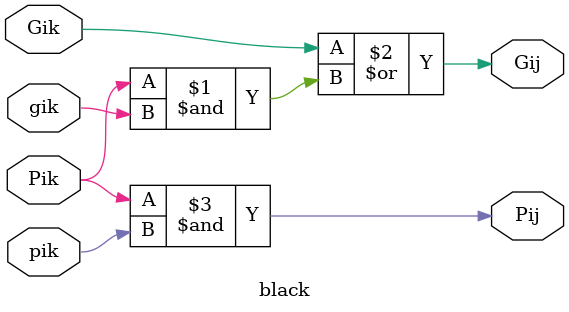
<source format=v>
module kogge_stone_adder  (a, b, cin, SUM, COUT);
	parameter bw = 16;
    parameter integer stage = $clog2(bw);

	input  		[bw - 1:1]  a, b;
    input          			cin;
    output  	[bw - 1:1]  SUM;
    output      			COUT;
	
	wire [bw - 1:0] G1 [stage:0];
    wire [bw - 1:0] P1 [stage:0];

    genvar i, j;

    generate
		for(i = 0; i < stage; i = i + 1) begin  : Pre_processing_1
			assign P1[i][0] = 0;
			assign G1[i][0] = cin;
		end
	endgenerate

	generate
		for(i = 1; i < bw; i = i + 1) begin     : Pre_processing_2
			assign P1[0][i] = a[i] ^ b[i];
            assign G1[0][i] = a[i] & b[i];
        end
	endgenerate

	generate
        for(i = 0; i < stage; i = i + 1) begin : loop
            if(i == 0) begin
                for(j = 2**i; j < bw; j = j + 1) begin   : Carry_look_ahead_network_1
                    black B_Cell(G1[0][j], P1[0][j], G1[0][j - 1], P1[0][j - 1], G1[1][j], P1[1][j]);
				end
				grey G_cell(G1[0][1], P1[0][1], G1[0][0], G1[1][1]);
				assign G1[1][0] = G1[0][0];
				assign P1[1][0] = P1[0][0];
				assign SUM[1]   = P1[0][1] ^ G1[0][1];
			end else if(i == stage - 1) begin
				for(j = 2**i; j < 2**(i + 1); j = j + 1) begin : Post_processing_1
                    grey G_cell(G1[i][j], P1[i][j], G1[i][j - 2**(i - 1)], G1[i + 1][j]);
					assign SUM[j] = P1[0][j] ^ G1[i - 1][j];
                end
				for(j = 0; j < 2**i; j = j + 1) begin          : Post_processing_2
					assign G1[i][j] = G1[i - 1][j];
					assign P1[i][j] = P1[i - 1][j];
				end
            end else begin                                  
				for(j = 2**(i + 1); j < bw; j = j + 1) begin   : Carry_look_ahead_network_2
                    black B_Cell(G1[i][j], P1[i][j], G1[i][j - 2**(i - 1)], P1[i][j - 2**(i - 1)], G1[i + 1][j], P1[i + 1][j]);
				end
                for(j = 2**i; j < 2**(i + 1); j = j + 1) begin : Carry_look_ahead_network_3
                    grey G_cell(G1[i][j], P1[i][j], G1[i][j - 2**(i - 1)], G1[i + 1][j]);
					assign SUM[j] = P1[0][j] ^ G1[i - 1][j];
                end
				for(j = 0; j < 2**i; j = j + 1) begin          : Carry_look_ahead_network_4
					assign G1[i][j] = G1[i - 1][j];
					assign P1[i][j] = P1[i - 1][j];
				end
			end
		end
	endgenerate

	assign COUT = G1[4][15];

endmodule

module grey(Gik, Pik, gik, Gij);
	
	input  wire Gik;
  	input  wire Pik;
  	input  wire gik;
  	output wire Gij;
	
	assign Gij = Gik | (Pik & gik);

endmodule

module black(Gik, Pik, gik, pik, Gij, Pij);
	
	input  wire Gik;
  	input  wire Pik;
  	input  wire gik;
	input  wire pik;
  	output wire Gij;
	output wire Pij;

	assign Gij = Gik | (Pik & gik);
	assign Pij = Pik & pik;

endmodule
</source>
